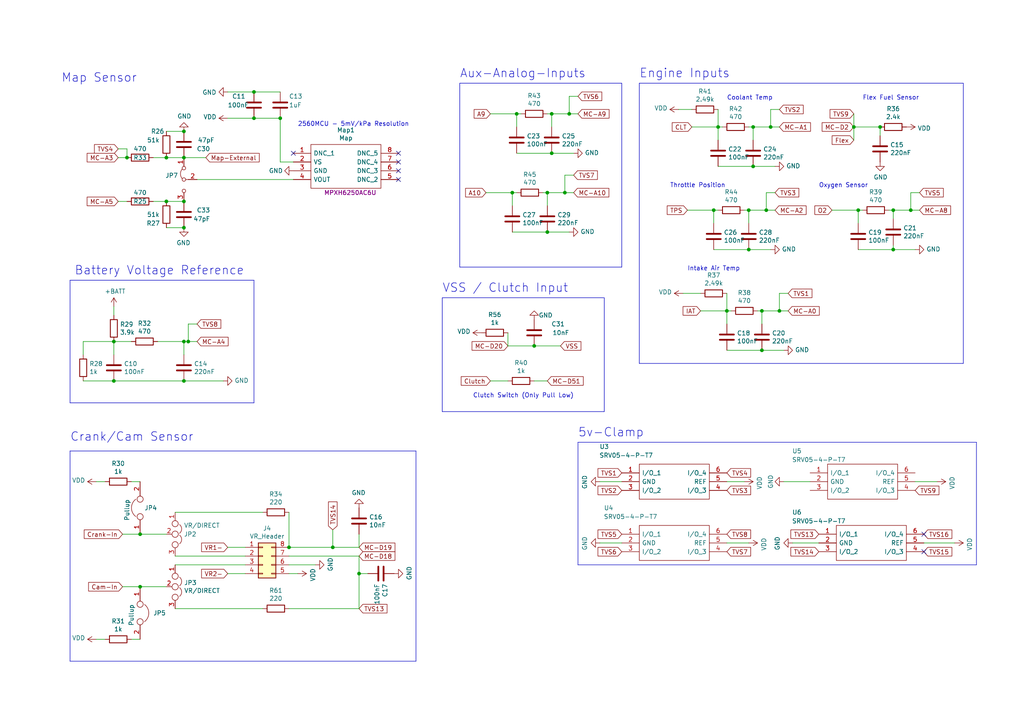
<source format=kicad_sch>
(kicad_sch (version 20230121) (generator eeschema)
  (paper "A4")
  (title_block (title "Pre-Ignition X4") (date "2022-10-1") (rev "MX4B-2") (company "DetonationEMS") (comment 1 "detonationems.com"))
  (lib_symbols
    (symbol "Connector_Generic:Conn_02x04_Counter_Clockwise" (pin_names (offset 1.016) hide)
      (property "Reference" "J" (at 1.27 5.08 0))
      (property "Value" "Conn_02x04_Counter_Clockwise" (at 1.27 -7.62 0))
      (symbol "Conn_02x04_Counter_Clockwise_1_1"
        (rectangle (start -1.27 -4.953) (end 0 -5.207) (stroke (width 0.1524)))
        (rectangle (start -1.27 -2.413) (end 0 -2.667) (stroke (width 0.1524)))
        (rectangle (start -1.27 0.127) (end 0 -0.127) (stroke (width 0.1524)))
        (rectangle (start -1.27 2.667) (end 0 2.413) (stroke (width 0.1524)))
        (rectangle (start -1.27 3.81) (end 3.81 -6.35) (stroke (width 0.254)) (fill (type background)))
        (rectangle (start 3.81 -4.953) (end 2.54 -5.207) (stroke (width 0.1524)))
        (rectangle (start 3.81 -2.413) (end 2.54 -2.667) (stroke (width 0.1524)))
        (rectangle (start 3.81 0.127) (end 2.54 -0.127) (stroke (width 0.1524)))
        (rectangle (start 3.81 2.667) (end 2.54 2.413) (stroke (width 0.1524)))
        (pin passive line (at -5.08 2.54 0) (length 3.81) (name "Pin_1") (number "1"))
        (pin passive line (at -5.08 0 0) (length 3.81) (name "Pin_2") (number "2"))
        (pin passive line (at -5.08 -2.54 0) (length 3.81) (name "Pin_3") (number "3"))
        (pin passive line (at -5.08 -5.08 0) (length 3.81) (name "Pin_4") (number "4"))
        (pin passive line (at 7.62 -5.08 180) (length 3.81) (name "Pin_5") (number "5"))
        (pin passive line (at 7.62 -2.54 180) (length 3.81) (name "Pin_6") (number "6"))
        (pin passive line (at 7.62 0 180) (length 3.81) (name "Pin_7") (number "7"))
        (pin passive line (at 7.62 2.54 180) (length 3.81) (name "Pin_8") (number "8"))
      )
    )
    (symbol "Device:C" (pin_numbers hide) (pin_names (offset 0.254))
      (property "Reference" "C" (at 0.635 2.54 0))
      (property "Value" "C" (at 0.635 -2.54 0))
      (symbol "C_0_1"
        (polyline (pts (xy -2.032 -0.762) (xy 2.032 -0.762)) (stroke (width 0.508)))
        (polyline (pts (xy -2.032 0.762) (xy 2.032 0.762)) (stroke (width 0.508)))
      )
      (symbol "C_1_1"
        (pin passive line (at 0 3.81 270) (length 2.794) (name "~") (number "1"))
        (pin passive line (at 0 -3.81 90) (length 2.794) (name "~") (number "2"))
      )
    )
    (symbol "Device:R" (pin_numbers hide) (pin_names (offset 0))
      (property "Reference" "R" (at 2.032 0 90))
      (property "Value" "R" (at 0 0 90))
      (symbol "R_0_1"
        (rectangle (start -1.016 -2.54) (end 1.016 2.54) (stroke (width 0.254)))
      )
      (symbol "R_1_1"
        (pin passive line (at 0 3.81 270) (length 1.27) (name "~") (number "1"))
        (pin passive line (at 0 -3.81 90) (length 1.27) (name "~") (number "2"))
      )
    )
    (symbol "Pre_Ignition-rescue:Jumper-Device" (pin_names (offset 0.762) hide)
      (property "Reference" "JP" (at 0 3.81 0))
      (property "Value" "Jumper-Device" (at 0 -2.032 0))
      (symbol "Jumper-Device_0_1"
        (circle (center -2.54 0) (radius 0.889))
        (arc (start 2.5146 1.27) (mid 0.0078 2.5097) (end -2.4892 1.27))
        (circle (center 2.54 0) (radius 0.889))
        (pin passive line (at -7.62 0 0) (length 4.191) (name "1") (number "1"))
        (pin passive line (at 7.62 0 180) (length 4.191) (name "2") (number "2"))
      )
    )
    (symbol "Pre_Ignition-rescue:Jumper_3_Bridged12-Jumper" (pin_names (offset 0) hide)
      (property "Reference" "JP" (at -2.54 -2.54 0))
      (property "Value" "Jumper_3_Bridged12-Jumper" (at 0 2.794 0))
      (symbol "Jumper_3_Bridged12-Jumper_0_0"
        (circle (center -3.302 0) (radius 0.508))
        (circle (center 0 0) (radius 0.508))
        (circle (center 3.302 0) (radius 0.508))
      )
      (symbol "Jumper_3_Bridged12-Jumper_0_1"
        (arc (start -0.254 0.508) (mid -1.651 0.9912) (end -3.048 0.508))
        (polyline (pts (xy 0 -1.27) (xy 0 -0.508)))
      )
      (symbol "Jumper_3_Bridged12-Jumper_1_1"
        (pin passive line (at -6.35 0 0) (length 2.54) (name "A") (number "1"))
        (pin input line (at 0 -3.81 90) (length 2.54) (name "C") (number "2"))
        (pin passive line (at 6.35 0 180) (length 2.54) (name "B") (number "3"))
      )
    )
    (symbol "Pre_Ignition-rescue:Jumper_NC_Dual-Device" (pin_names (offset 0.762) hide)
      (property "Reference" "JP" (at 1.27 -2.54 0))
      (property "Value" "Jumper_NC_Dual-Device" (at 0 2.54 0))
      (symbol "Jumper_NC_Dual-Device_0_1"
        (circle (center -3.048 0) (radius 0.889))
        (arc (start -0.254 1.27) (mid -1.524 1.8804) (end -2.794 1.27))
        (circle (center 0 0) (radius 0.9144))
        (arc (start 2.794 1.27) (mid 1.524 1.8804) (end 0.254 1.27))
        (circle (center 3.048 0) (radius 0.889))
        (pin passive line (at -6.35 0 0) (length 2.413) (name "1") (number "1"))
        (pin passive line (at 0 -2.54 90) (length 1.524) (name "2") (number "2"))
        (pin passive line (at 6.35 0 180) (length 2.413) (name "3") (number "3"))
      )
    )
    (symbol "Pre_Ignition-rescue:MPXH6250AC6U-MPXH6250-Pre_Ignition-rescue-Pre_Ignition-rescue-Pre_Ignition-rescue-Pre_Ignition-rescue" (pin_names (offset 0.762))
      (property "Reference" "IC" (at 26.67 7.62 0))
      (property "Value" "MPXH6250AC6U-MPXH6250-Pre_Ignition-rescue-Pre_Ignition-rescue-Pre_Ignition-rescue-Pre_Ignition-rescue" (at 26.67 5.08 0))
      (symbol "MPXH6250AC6U-MPXH6250-Pre_Ignition-rescue-Pre_Ignition-rescue-Pre_Ignition-rescue-Pre_Ignition-rescue_0_0"
        (pin passive line (at 0 0 0) (length 5.08) (name "DNC_1") (number "1"))
        (pin passive line (at 0 -2.54 0) (length 5.08) (name "VS") (number "2"))
        (pin passive line (at 0 -5.08 0) (length 5.08) (name "GND") (number "3"))
        (pin passive line (at 0 -7.62 0) (length 5.08) (name "VOUT") (number "4"))
        (pin passive line (at 30.48 -7.62 180) (length 5.08) (name "DNC_2") (number "5"))
        (pin passive line (at 30.48 -5.08 180) (length 5.08) (name "DNC_3") (number "6"))
        (pin passive line (at 30.48 -2.54 180) (length 5.08) (name "DNC_4") (number "7"))
        (pin passive line (at 30.48 0 180) (length 5.08) (name "DNC_5") (number "8"))
      )
      (symbol "MPXH6250AC6U-MPXH6250-Pre_Ignition-rescue-Pre_Ignition-rescue-Pre_Ignition-rescue-Pre_Ignition-rescue_0_1"
        (polyline (pts (xy 5.08 2.54) (xy 25.4 2.54) (xy 25.4 -10.16) (xy 5.08 -10.16) (xy 5.08 2.54)) (stroke (width 0.1524)))
      )
    )
    (symbol "Pre_Ignition-rescue:SRV05-4-P-T7-SRV05-4-P-T7-Pre_Ignition-rescue-Pre_Ignition-rescue-Pre_Ignition-rescue-Pre_Ignition-rescue" (pin_names (offset 0.762))
      (property "Reference" "IC" (at 26.67 7.62 0))
      (property "Value" "SRV05-4-P-T7-SRV05-4-P-T7-Pre_Ignition-rescue-Pre_Ignition-rescue-Pre_Ignition-rescue-Pre_Ignition-rescue" (at 26.67 5.08 0))
      (symbol "SRV05-4-P-T7-SRV05-4-P-T7-Pre_Ignition-rescue-Pre_Ignition-rescue-Pre_Ignition-rescue-Pre_Ignition-rescue_0_0"
        (pin passive line (at 0 0 0) (length 5.08) (name "I/O_1") (number "1"))
        (pin passive line (at 0 -2.54 0) (length 5.08) (name "GND") (number "2"))
        (pin passive line (at 0 -5.08 0) (length 5.08) (name "I/O_2") (number "3"))
        (pin passive line (at 30.48 -5.08 180) (length 5.08) (name "I/O_3") (number "4"))
        (pin passive line (at 30.48 -2.54 180) (length 5.08) (name "REF") (number "5"))
        (pin passive line (at 30.48 0 180) (length 5.08) (name "I/O_4") (number "6"))
      )
      (symbol "SRV05-4-P-T7-SRV05-4-P-T7-Pre_Ignition-rescue-Pre_Ignition-rescue-Pre_Ignition-rescue-Pre_Ignition-rescue_0_1"
        (polyline (pts (xy 5.08 2.54) (xy 25.4 2.54) (xy 25.4 -7.62) (xy 5.08 -7.62) (xy 5.08 2.54)) (stroke (width 0.1524)))
      )
    )
    (symbol "power:+BATT" (power) (pin_names (offset 0))
      (property "Value" "+BATT" (at 0 3.556 0))
      (symbol "+BATT_0_1"
        (polyline (pts (xy -0.762 1.27) (xy 0 2.54)))
        (polyline (pts (xy 0 0) (xy 0 2.54)))
        (polyline (pts (xy 0 2.54) (xy 0.762 1.27)))
      )
      (symbol "+BATT_1_1"
        (pin power_in line (at 0 0 90) (length 0) hide (name "+BATT") (number "1"))
      )
    )
    (symbol "power:GND" (power) (pin_names (offset 0))
      (property "Value" "GND" (at 0 -3.81 0))
      (symbol "GND_0_1"
        (polyline (pts (xy 0 0) (xy 0 -1.27) (xy 1.27 -1.27) (xy 0 -2.54) (xy -1.27 -1.27) (xy 0 -1.27)))
      )
      (symbol "GND_1_1"
        (pin power_in line (at 0 0 270) (length 0) hide (name "GND") (number "1"))
      )
    )
    (symbol "power:VDD" (power) (pin_names (offset 0))
      (property "Value" "VDD" (at 0 3.81 0))
      (symbol "VDD_0_1"
        (polyline (pts (xy -0.762 1.27) (xy 0 2.54)))
        (polyline (pts (xy 0 0) (xy 0 2.54)))
        (polyline (pts (xy 0 2.54) (xy 0.762 1.27)))
      )
      (symbol "VDD_1_1"
        (pin power_in line (at 0 0 90) (length 0) hide (name "VDD") (number "1"))
      )
    )
  )
  (junction (at 54.61 99.06))
  (junction (at 264.16 60.96))
  (junction (at 165.1 33.02))
  (junction (at 148.59 55.88))
  (junction (at 259.08 72.39))
  (junction (at 104.14 166.37))
  (junction (at 53.34 45.72))
  (junction (at 207.01 60.96))
  (junction (at 53.34 66.04))
  (junction (at 33.02 99.06))
  (junction (at 220.98 90.17))
  (junction (at 53.34 58.42))
  (junction (at 208.28 36.83))
  (junction (at 53.34 110.49))
  (junction (at 48.26 45.72))
  (junction (at 160.02 33.02))
  (junction (at 248.92 60.96))
  (junction (at 53.34 99.06))
  (junction (at 217.17 60.96))
  (junction (at 73.66 34.29))
  (junction (at 220.98 101.6))
  (junction (at 218.44 36.83))
  (junction (at 53.34 38.1))
  (junction (at 217.17 72.39))
  (junction (at 36.83 45.72))
  (junction (at 33.02 110.49))
  (junction (at 154.94 100.33))
  (junction (at 255.27 36.83))
  (junction (at 96.52 158.75))
  (junction (at 160.02 44.45))
  (junction (at 218.44 48.26))
  (junction (at 210.82 90.17))
  (junction (at 163.83 55.88))
  (junction (at 73.66 26.67))
  (junction (at 226.06 90.17))
  (junction (at 158.75 55.88))
  (junction (at 149.86 33.02))
  (junction (at 83.82 158.75))
  (junction (at 158.75 67.31))
  (junction (at 247.65 36.83))
  (junction (at 40.64 170.18))
  (junction (at 81.28 34.29))
  (junction (at 259.08 60.96))
  (junction (at 223.52 36.83))
  (junction (at 40.64 154.94))
  (junction (at 48.26 58.42))
  (junction (at 222.25 60.96))
  (no_connect (at 267.97 160.02))
  (no_connect (at 267.97 154.94))
  (no_connect (at 115.57 44.45))
  (no_connect (at 85.09 44.45))
  (no_connect (at 115.57 46.99))
  (no_connect (at 115.57 52.07))
  (no_connect (at 115.57 49.53))
  (polyline (pts (xy 133.35 24.13) (xy 133.35 77.47)))
  (polyline (pts (xy 128.27 86.36) (xy 128.27 119.38)))
  (wire (pts (xy 104.14 166.37) (xy 104.14 176.53)))
  (wire (pts (xy 96.52 153.67) (xy 96.52 158.75)))
  (wire (pts (xy 234.95 139.7) (xy 227.33 139.7)))
  (polyline (pts (xy 20.32 130.81) (xy 120.65 130.81)))
  (wire (pts (xy 147.32 96.52) (xy 147.32 100.33)))
  (wire (pts (xy 199.39 60.96) (xy 207.01 60.96)))
  (wire (pts (xy 241.3 60.96) (xy 248.92 60.96)))
  (wire (pts (xy 140.97 55.88) (xy 148.59 55.88)))
  (wire (pts (xy 53.34 66.04) (xy 48.26 66.04)))
  (wire (pts (xy 227.33 101.6) (xy 220.98 101.6)))
  (wire (pts (xy 207.01 60.96) (xy 207.01 64.77)))
  (wire (pts (xy 228.6 85.09) (xy 226.06 85.09)))
  (polyline (pts (xy 20.32 81.28) (xy 73.66 81.28)))
  (wire (pts (xy 154.94 110.49) (xy 158.75 110.49)))
  (wire (pts (xy 203.2 85.09) (xy 198.12 85.09)))
  (wire (pts (xy 148.59 55.88) (xy 148.59 59.69)))
  (wire (pts (xy 53.34 99.06) (xy 54.61 99.06)))
  (polyline (pts (xy 175.26 119.38) (xy 175.26 86.36)))
  (wire (pts (xy 210.82 101.6) (xy 220.98 101.6)))
  (wire (pts (xy 229.87 157.48) (xy 237.49 157.48)))
  (wire (pts (xy 163.83 50.8) (xy 163.83 55.88)))
  (wire (pts (xy 81.28 34.29) (xy 81.28 46.99)))
  (wire (pts (xy 255.27 36.83) (xy 255.27 39.37)))
  (wire (pts (xy 210.82 90.17) (xy 212.09 90.17)))
  (wire (pts (xy 264.16 60.96) (xy 266.7 60.96)))
  (wire (pts (xy 44.45 58.42) (xy 48.26 58.42)))
  (wire (pts (xy 38.1 185.42) (xy 40.64 185.42)))
  (wire (pts (xy 73.66 34.29) (xy 81.28 34.29)))
  (wire (pts (xy 57.15 93.98) (xy 54.61 93.98)))
  (wire (pts (xy 71.12 166.37) (xy 66.04 166.37)))
  (wire (pts (xy 45.72 99.06) (xy 53.34 99.06)))
  (wire (pts (xy 149.86 33.02) (xy 151.13 33.02)))
  (wire (pts (xy 210.82 85.09) (xy 210.82 90.17)))
  (wire (pts (xy 222.25 55.88) (xy 222.25 60.96)))
  (wire (pts (xy 83.82 161.29) (xy 104.14 161.29)))
  (wire (pts (xy 210.82 157.48) (xy 217.17 157.48)))
  (polyline (pts (xy 279.4 24.13) (xy 279.4 105.41)))
  (polyline (pts (xy 167.64 128.27) (xy 283.21 128.27)))
  (polyline (pts (xy 175.26 86.36) (xy 128.27 86.36)))
  (polyline (pts (xy 180.34 77.47) (xy 180.34 24.13)))
  (wire (pts (xy 36.83 43.18) (xy 34.29 43.18)))
  (wire (pts (xy 66.04 34.29) (xy 73.66 34.29)))
  (wire (pts (xy 24.13 110.49) (xy 33.02 110.49)))
  (wire (pts (xy 226.06 85.09) (xy 226.06 90.17)))
  (wire (pts (xy 157.48 55.88) (xy 158.75 55.88)))
  (wire (pts (xy 36.83 45.72) (xy 36.83 43.18)))
  (wire (pts (xy 218.44 36.83) (xy 223.52 36.83)))
  (wire (pts (xy 24.13 99.06) (xy 33.02 99.06)))
  (wire (pts (xy 166.37 50.8) (xy 163.83 50.8)))
  (polyline (pts (xy 279.4 24.13) (xy 185.42 24.13)))
  (polyline (pts (xy 185.42 105.41) (xy 185.42 24.13)))
  (wire (pts (xy 50.8 161.29) (xy 71.12 161.29)))
  (wire (pts (xy 200.66 36.83) (xy 208.28 36.83)))
  (wire (pts (xy 48.26 38.1) (xy 53.34 38.1)))
  (wire (pts (xy 215.9 139.7) (xy 210.82 139.7)))
  (wire (pts (xy 224.79 55.88) (xy 222.25 55.88)))
  (wire (pts (xy 158.75 55.88) (xy 158.75 59.69)))
  (wire (pts (xy 40.64 170.18) (xy 35.56 170.18)))
  (wire (pts (xy 36.83 45.72) (xy 34.29 45.72)))
  (wire (pts (xy 83.82 158.75) (xy 83.82 148.59)))
  (wire (pts (xy 106.68 166.37) (xy 104.14 166.37)))
  (wire (pts (xy 166.37 44.45) (xy 160.02 44.45)))
  (wire (pts (xy 33.02 88.9) (xy 33.02 91.44)))
  (wire (pts (xy 165.1 27.94) (xy 165.1 33.02)))
  (wire (pts (xy 54.61 93.98) (xy 54.61 99.06)))
  (wire (pts (xy 33.02 99.06) (xy 38.1 99.06)))
  (wire (pts (xy 215.9 60.96) (xy 217.17 60.96)))
  (wire (pts (xy 24.13 102.87) (xy 24.13 99.06)))
  (polyline (pts (xy 128.27 119.38) (xy 175.26 119.38)))
  (wire (pts (xy 30.48 139.7) (xy 27.94 139.7)))
  (wire (pts (xy 83.82 158.75) (xy 96.52 158.75)))
  (wire (pts (xy 247.65 36.83) (xy 255.27 36.83)))
  (wire (pts (xy 48.26 170.18) (xy 40.64 170.18)))
  (wire (pts (xy 203.2 90.17) (xy 210.82 90.17)))
  (wire (pts (xy 217.17 60.96) (xy 217.17 64.77)))
  (wire (pts (xy 59.69 45.72) (xy 53.34 45.72)))
  (wire (pts (xy 83.82 166.37) (xy 86.36 166.37)))
  (wire (pts (xy 259.08 63.5) (xy 259.08 60.96)))
  (wire (pts (xy 208.28 48.26) (xy 218.44 48.26)))
  (wire (pts (xy 38.1 139.7) (xy 40.64 139.7)))
  (wire (pts (xy 165.1 33.02) (xy 167.64 33.02)))
  (polyline (pts (xy 283.21 163.83) (xy 167.64 163.83)))
  (wire (pts (xy 158.75 55.88) (xy 163.83 55.88)))
  (wire (pts (xy 224.79 48.26) (xy 218.44 48.26)))
  (wire (pts (xy 257.81 60.96) (xy 259.08 60.96)))
  (polyline (pts (xy 180.34 24.13) (xy 133.35 24.13)))
  (wire (pts (xy 223.52 72.39) (xy 217.17 72.39)))
  (wire (pts (xy 226.06 90.17) (xy 228.6 90.17)))
  (wire (pts (xy 217.17 60.96) (xy 222.25 60.96)))
  (wire (pts (xy 223.52 31.75) (xy 223.52 36.83)))
  (wire (pts (xy 91.44 163.83) (xy 83.82 163.83)))
  (polyline (pts (xy 120.65 130.81) (xy 120.65 191.77)))
  (wire (pts (xy 48.26 45.72) (xy 53.34 45.72)))
  (wire (pts (xy 264.16 55.88) (xy 264.16 60.96)))
  (wire (pts (xy 149.86 33.02) (xy 149.86 36.83)))
  (wire (pts (xy 208.28 36.83) (xy 208.28 40.64)))
  (wire (pts (xy 104.14 154.94) (xy 104.14 158.75)))
  (polyline (pts (xy 73.66 116.84) (xy 20.32 116.84)))
  (wire (pts (xy 259.08 60.96) (xy 264.16 60.96)))
  (wire (pts (xy 165.1 67.31) (xy 158.75 67.31)))
  (wire (pts (xy 96.52 158.75) (xy 104.14 158.75)))
  (wire (pts (xy 210.82 90.17) (xy 210.82 93.98)))
  (wire (pts (xy 76.2 148.59) (xy 50.8 148.59)))
  (wire (pts (xy 266.7 55.88) (xy 264.16 55.88)))
  (wire (pts (xy 57.15 52.07) (xy 85.09 52.07)))
  (polyline (pts (xy 20.32 191.77) (xy 20.32 130.81)))
  (wire (pts (xy 76.2 176.53) (xy 50.8 176.53)))
  (wire (pts (xy 271.78 139.7) (xy 265.43 139.7)))
  (wire (pts (xy 196.85 31.75) (xy 200.66 31.75)))
  (wire (pts (xy 27.94 185.42) (xy 30.48 185.42)))
  (wire (pts (xy 160.02 33.02) (xy 160.02 36.83)))
  (polyline (pts (xy 167.64 163.83) (xy 167.64 128.27)))
  (polyline (pts (xy 120.65 191.77) (xy 20.32 191.77)))
  (wire (pts (xy 248.92 60.96) (xy 248.92 64.77)))
  (wire (pts (xy 73.66 26.67) (xy 66.04 26.67)))
  (wire (pts (xy 36.83 58.42) (xy 34.29 58.42)))
  (wire (pts (xy 148.59 55.88) (xy 149.86 55.88)))
  (wire (pts (xy 147.32 100.33) (xy 154.94 100.33)))
  (wire (pts (xy 35.56 154.94) (xy 40.64 154.94)))
  (wire (pts (xy 81.28 46.99) (xy 85.09 46.99)))
  (wire (pts (xy 208.28 36.83) (xy 209.55 36.83)))
  (wire (pts (xy 220.98 90.17) (xy 220.98 93.98)))
  (polyline (pts (xy 133.35 77.47) (xy 180.34 77.47)))
  (wire (pts (xy 247.65 33.02) (xy 247.65 36.83)))
  (wire (pts (xy 54.61 99.06) (xy 57.15 99.06)))
  (wire (pts (xy 33.02 102.87) (xy 33.02 99.06)))
  (wire (pts (xy 218.44 36.83) (xy 218.44 40.64)))
  (wire (pts (xy 33.02 110.49) (xy 53.34 110.49)))
  (wire (pts (xy 158.75 33.02) (xy 160.02 33.02)))
  (wire (pts (xy 207.01 72.39) (xy 217.17 72.39)))
  (polyline (pts (xy 279.4 105.41) (xy 185.42 105.41)))
  (wire (pts (xy 148.59 67.31) (xy 158.75 67.31)))
  (wire (pts (xy 267.97 157.48) (xy 276.86 157.48)))
  (wire (pts (xy 208.28 31.75) (xy 208.28 36.83)))
  (wire (pts (xy 147.32 110.49) (xy 142.24 110.49)))
  (wire (pts (xy 226.06 31.75) (xy 223.52 31.75)))
  (wire (pts (xy 248.92 60.96) (xy 250.19 60.96)))
  (wire (pts (xy 50.8 163.83) (xy 71.12 163.83)))
  (wire (pts (xy 259.08 72.39) (xy 265.43 72.39)))
  (wire (pts (xy 142.24 33.02) (xy 149.86 33.02)))
  (wire (pts (xy 64.77 110.49) (xy 53.34 110.49)))
  (wire (pts (xy 81.28 26.67) (xy 73.66 26.67)))
  (wire (pts (xy 163.83 55.88) (xy 166.37 55.88)))
  (wire (pts (xy 220.98 90.17) (xy 226.06 90.17)))
  (wire (pts (xy 248.92 72.39) (xy 259.08 72.39)))
  (wire (pts (xy 217.17 36.83) (xy 218.44 36.83)))
  (wire (pts (xy 83.82 176.53) (xy 104.14 176.53)))
  (wire (pts (xy 48.26 58.42) (xy 53.34 58.42)))
  (polyline (pts (xy 73.66 81.28) (xy 73.66 116.84)))
  (wire (pts (xy 154.94 100.33) (xy 162.56 100.33)))
  (wire (pts (xy 40.64 154.94) (xy 48.26 154.94)))
  (wire (pts (xy 149.86 44.45) (xy 160.02 44.45)))
  (wire (pts (xy 48.26 45.72) (xy 44.45 45.72)))
  (wire (pts (xy 173.99 139.7) (xy 180.34 139.7)))
  (wire (pts (xy 53.34 102.87) (xy 53.34 99.06)))
  (wire (pts (xy 167.64 27.94) (xy 165.1 27.94)))
  (wire (pts (xy 71.12 158.75) (xy 66.04 158.75)))
  (wire (pts (xy 160.02 33.02) (xy 165.1 33.02)))
  (polyline (pts (xy 20.32 116.84) (xy 20.32 81.28)))
  (wire (pts (xy 247.65 36.83) (xy 247.65 40.64)))
  (wire (pts (xy 222.25 60.96) (xy 224.79 60.96)))
  (wire (pts (xy 219.71 90.17) (xy 220.98 90.17)))
  (polyline (pts (xy 283.21 128.27) (xy 283.21 163.83)))
  (wire (pts (xy 223.52 36.83) (xy 226.06 36.83)))
  (wire (pts (xy 104.14 161.29) (xy 104.14 166.37)))
  (wire (pts (xy 207.01 60.96) (xy 208.28 60.96)))
  (wire (pts (xy 259.08 71.12) (xy 259.08 72.39)))
  (wire (pts (xy 180.34 157.48) (xy 173.99 157.48)))
  (text "2560MCU - 5mV/kPa Resolution" (at 86.36 36.83 0) (effects (font (size 1.27 1.27)) (justify left bottom)))
  (text "Coolant Temp" (at 210.82 29.21 0) (effects (font (size 1.27 1.27)) (justify left bottom)))
  (text "Throttle Position" (at 194.31 54.61 0) (effects (font (size 1.27 1.27)) (justify left bottom)))
  (text "VSS / Clutch Input" (at 128.27 85.09 0) (effects (font (size 2.4892 2.4892)) (justify left bottom)))
  (text "Intake Air Temp" (at 199.39 78.74 0) (effects (font (size 1.27 1.27)) (justify left bottom)))
  (text "Battery Voltage Reference" (at 21.59 80.01 0) (effects (font (size 2.4892 2.4892)) (justify left bottom)))
  (text "Crank/Cam Sensor" (at 20.32 128.27 0) (effects (font (size 2.4892 2.4892)) (justify left bottom)))
  (text "Map Sensor" (at 17.78 24.13 0) (effects (font (size 2.4892 2.4892)) (justify left bottom)))
  (text "Engine Inputs" (at 185.42 22.86 0) (effects (font (size 2.54 2.54)) (justify left bottom)))
  (text "Clutch Switch (Only Pull Low)" (at 137.16 115.57 0) (effects (font (size 1.27 1.27)) (justify left bottom)))
  (text "Aux-Analog-Inputs" (at 133.35 22.86 0) (effects (font (size 2.4892 2.4892)) (justify left bottom)))
  (text "Flex Fuel Sensor" (at 250.19 29.21 0) (effects (font (size 1.27 1.27)) (justify left bottom)))
  (text "Oxygen Sensor" (at 237.49 54.61 0) (effects (font (size 1.27 1.27)) (justify left bottom)))
  (text "5v-Clamp" (at 167.64 127 0) (effects (font (size 2.4892 2.4892)) (justify left bottom)))
  (global_label "MC-A9" (shape input) (at 167.64 33.02 0) (property "Intersheetrefs" "${INTERSHEET_REFS}" (effects hide)))
  (global_label "MC-A8" (shape input) (at 266.7 60.96 0) (property "Intersheetrefs" "${INTERSHEET_REFS}" (effects hide)))
  (global_label "MC-A3" (shape input) (at 34.29 45.72 180) (property "Intersheetrefs" "${INTERSHEET_REFS}" (effects hide)))
  (global_label "TVS1" (shape input) (at 228.6 85.09 0) (property "Intersheetrefs" "${INTERSHEET_REFS}" (effects hide)))
  (global_label "TVS2" (shape input) (at 180.34 142.24 180) (property "Intersheetrefs" "${INTERSHEET_REFS}" (effects hide)))
  (global_label "CLT" (shape input) (at 200.66 36.83 180) (property "Intersheetrefs" "${INTERSHEET_REFS}" (effects hide)))
  (global_label "MC-D18" (shape input) (at 104.14 161.29 0) (property "Intersheetrefs" "${INTERSHEET_REFS}" (effects hide)))
  (global_label "TVS15" (shape input) (at 267.97 160.02 0) (property "Intersheetrefs" "${INTERSHEET_REFS}" (effects hide)))
  (global_label "MC-D51" (shape input) (at 158.75 110.49 0) (property "Intersheetrefs" "${INTERSHEET_REFS}" (effects hide)))
  (global_label "A9" (shape input) (at 142.24 33.02 180) (property "Intersheetrefs" "${INTERSHEET_REFS}" (effects hide)))
  (global_label "A10" (shape input) (at 140.97 55.88 180) (property "Intersheetrefs" "${INTERSHEET_REFS}" (effects hide)))
  (global_label "TVS5" (shape input) (at 180.34 154.94 180) (property "Intersheetrefs" "${INTERSHEET_REFS}" (effects hide)))
  (global_label "VR2-" (shape input) (at 66.04 166.37 180) (property "Intersheetrefs" "${INTERSHEET_REFS}" (effects hide)))
  (global_label "MC-A10" (shape input) (at 166.37 55.88 0) (property "Intersheetrefs" "${INTERSHEET_REFS}" (effects hide)))
  (global_label "MC-A0" (shape input) (at 228.6 90.17 0) (property "Intersheetrefs" "${INTERSHEET_REFS}" (effects hide)))
  (global_label "TVS3" (shape input) (at 224.79 55.88 0) (property "Intersheetrefs" "${INTERSHEET_REFS}" (effects hide)))
  (global_label "TVS4" (shape input) (at 34.29 43.18 180) (property "Intersheetrefs" "${INTERSHEET_REFS}" (effects hide)))
  (global_label "MC-A5" (shape input) (at 34.29 58.42 180) (property "Intersheetrefs" "${INTERSHEET_REFS}" (effects hide)))
  (global_label "Map-External" (shape input) (at 59.69 45.72 0) (property "Intersheetrefs" "${INTERSHEET_REFS}" (effects hide)))
  (global_label "MC-A2" (shape input) (at 224.79 60.96 0) (property "Intersheetrefs" "${INTERSHEET_REFS}" (effects hide)))
  (global_label "TVS9" (shape input) (at 265.43 142.24 0) (property "Intersheetrefs" "${INTERSHEET_REFS}" (effects hide)))
  (global_label "TVS7" (shape input) (at 166.37 50.8 0) (property "Intersheetrefs" "${INTERSHEET_REFS}" (effects hide)))
  (global_label "IAT" (shape input) (at 203.2 90.17 180) (property "Intersheetrefs" "${INTERSHEET_REFS}" (effects hide)))
  (global_label "TVS13" (shape input) (at 104.14 176.53 0) (property "Intersheetrefs" "${INTERSHEET_REFS}" (effects hide)))
  (global_label "Crank-In" (shape input) (at 35.56 154.94 180) (property "Intersheetrefs" "${INTERSHEET_REFS}" (effects hide)))
  (global_label "TVS8" (shape input) (at 210.82 154.94 0) (property "Intersheetrefs" "${INTERSHEET_REFS}" (effects hide)))
  (global_label "Cam-In" (shape input) (at 35.56 170.18 180) (property "Intersheetrefs" "${INTERSHEET_REFS}" (effects hide)))
  (global_label "Flex" (shape input) (at 247.65 40.64 180) (property "Intersheetrefs" "${INTERSHEET_REFS}" (effects hide)))
  (global_label "TVS14" (shape input) (at 237.49 160.02 180) (property "Intersheetrefs" "${INTERSHEET_REFS}" (effects hide)))
  (global_label "TVS14" (shape input) (at 96.52 153.67 90) (property "Intersheetrefs" "${INTERSHEET_REFS}" (effects hide)))
  (global_label "TVS16" (shape input) (at 267.97 154.94 0) (property "Intersheetrefs" "${INTERSHEET_REFS}" (effects hide)))
  (global_label "VR1-" (shape input) (at 66.04 158.75 180) (property "Intersheetrefs" "${INTERSHEET_REFS}" (effects hide)))
  (global_label "MC-A4" (shape input) (at 57.15 99.06 0) (property "Intersheetrefs" "${INTERSHEET_REFS}" (effects hide)))
  (global_label "MC-A1" (shape input) (at 226.06 36.83 0) (property "Intersheetrefs" "${INTERSHEET_REFS}" (effects hide)))
  (global_label "TVS6" (shape input) (at 180.34 160.02 180) (property "Intersheetrefs" "${INTERSHEET_REFS}" (effects hide)))
  (global_label "Clutch" (shape input) (at 142.24 110.49 180) (property "Intersheetrefs" "${INTERSHEET_REFS}" (effects hide)))
  (global_label "TVS7" (shape input) (at 210.82 160.02 0) (property "Intersheetrefs" "${INTERSHEET_REFS}" (effects hide)))
  (global_label "TVS5" (shape input) (at 266.7 55.88 0) (property "Intersheetrefs" "${INTERSHEET_REFS}" (effects hide)))
  (global_label "TVS2" (shape input) (at 226.06 31.75 0) (property "Intersheetrefs" "${INTERSHEET_REFS}" (effects hide)))
  (global_label "MC-D2" (shape input) (at 247.65 36.83 180) (property "Intersheetrefs" "${INTERSHEET_REFS}" (effects hide)))
  (global_label "TVS6" (shape input) (at 167.64 27.94 0) (property "Intersheetrefs" "${INTERSHEET_REFS}" (effects hide)))
  (global_label "TVS1" (shape input) (at 180.34 137.16 180) (property "Intersheetrefs" "${INTERSHEET_REFS}" (effects hide)))
  (global_label "TVS4" (shape input) (at 210.82 137.16 0) (property "Intersheetrefs" "${INTERSHEET_REFS}" (effects hide)))
  (global_label "MC-D19" (shape input) (at 104.14 158.75 0) (property "Intersheetrefs" "${INTERSHEET_REFS}" (effects hide)))
  (global_label "TVS8" (shape input) (at 57.15 93.98 0) (property "Intersheetrefs" "${INTERSHEET_REFS}" (effects hide)))
  (global_label "MC-D20" (shape input) (at 147.32 100.33 180) (property "Intersheetrefs" "${INTERSHEET_REFS}" (effects hide)))
  (global_label "TVS3" (shape input) (at 210.82 142.24 0) (property "Intersheetrefs" "${INTERSHEET_REFS}" (effects hide)))
  (global_label "O2" (shape input) (at 241.3 60.96 180) (property "Intersheetrefs" "${INTERSHEET_REFS}" (effects hide)))
  (global_label "VSS" (shape input) (at 162.56 100.33 0) (property "Intersheetrefs" "${INTERSHEET_REFS}" (effects hide)))
  (global_label "TVS9" (shape input) (at 247.65 33.02 180) (property "Intersheetrefs" "${INTERSHEET_REFS}" (effects hide)))
  (global_label "TPS" (shape input) (at 199.39 60.96 180) (property "Intersheetrefs" "${INTERSHEET_REFS}" (effects hide)))
  (global_label "TVS13" (shape input) (at 237.49 154.94 180) (property "Intersheetrefs" "${INTERSHEET_REFS}" (effects hide)))
  (symbol (lib_id "Pre_Ignition-rescue:MPXH6250AC6U-MPXH6250-Pre_Ignition-rescue-Pre_Ignition-rescue-Pre_Ignition-rescue-Pre_Ignition-rescue") (at 85.09 44.45 0) (unit 1)
    (property "Reference" "Map1" (at 100.33 37.719 0))
    (property "Value" "Map" (at 100.33 40.0304 0))
    (property "Footprint" "Sensor_Pressure:Freescale_98ARH99066A" (effects hide))
    (property "Datasheet" "https://www.nxp.com/docs/en/data-sheet/MPXH6250A.pdf" (effects hide))
    (property "Description" "Board Mount Pressure Sensor 0.3V to 4.9V 20kPa to 250kPa Absolute Automotive 8-Pin SSOP Tube" (effects hide))
    (property "Height" "9.906" (effects hide))
    (property "Manufacturer_Name" "NXP" (effects hide))
    (property "Manufacturer_Part_Number" "MPXH6250AC6U" (at 93.98 55.88 0) (effects (justify left)))
    (property "Mouser Part Number" "841-MPXH6250AC6U" (effects hide))
    (property "Mouser Price/Stock" "https://www.mouser.co.uk/ProductDetail/NXP-Semiconductors/MPXH6250AC6U?qs=N2XN0KY4UWWpnHorf60pnA%3D%3D" (effects hide))
    (property "Arrow Part Number" "MPXH6250AC6U" (effects hide))
    (property "Arrow Price/Stock" "https://www.arrow.com/en/products/mpxh6250ac6u/nxp-semiconductors" (effects hide))
  )
  (symbol (lib_id "Device:C") (at 81.28 30.48 0) (unit 1)
    (property "Reference" "C13" (at 83.82 27.94 0) (effects (justify left)))
    (property "Value" "1uF" (at 83.82 30.48 0) (effects (justify left)))
    (property "Footprint" "Capacitor_SMD:C_0603_1608Metric" (effects hide))
    (property "JLC" "C15849" (effects hide))
    (property "LCSC" "C15849" (effects hide))
  )
  (symbol (lib_id "Device:R") (at 212.09 60.96 270) (unit 1)
    (property "Reference" "R44" (at 212.09 55.7022 90))
    (property "Value" "470" (at 212.09 58.0136 90))
    (property "Footprint" "Resistor_SMD:R_0603_1608Metric" (effects hide))
    (property "JLC" "C23179" (effects hide))
    (property "LCSC" "C23179" (effects hide))
  )
  (symbol (lib_id "Device:C") (at 73.66 30.48 0) (unit 1)
    (property "Reference" "C11" (at 67.31 27.94 0) (effects (justify left)))
    (property "Value" "100nF" (at 66.04 30.48 0) (effects (justify left)))
    (property "Footprint" "Capacitor_SMD:C_0603_1608Metric" (effects hide))
    (property "JLC" "C14663" (effects hide))
    (property "LCSC" "C14663" (effects hide))
  )
  (symbol (lib_id "Device:C") (at 207.01 68.58 0) (unit 1)
    (property "Reference" "C26" (at 209.931 67.4116 0) (effects (justify left)))
    (property "Value" "100nF" (at 209.931 69.723 0) (effects (justify left)))
    (property "Footprint" "Capacitor_SMD:C_0603_1608Metric" (effects hide))
    (property "JLC" "C14663" (effects hide))
    (property "LCSC" "C14663" (effects hide))
  )
  (symbol (lib_id "Device:C") (at 217.17 68.58 0) (unit 1)
    (property "Reference" "C28" (at 220.091 67.4116 0) (effects (justify left)))
    (property "Value" "220nF" (at 220.091 69.723 0) (effects (justify left)))
    (property "Footprint" "Capacitor_SMD:C_0603_1608Metric" (effects hide))
    (property "JLC" "C5378 " (effects hide))
    (property "LCSC" "C5378 " (effects hide))
  )
  (symbol (lib_id "power:GND") (at 223.52 72.39 90) (unit 1)
    (property "Reference" "#PWR?" (effects hide))
    (property "Value" "GND" (at 226.7712 72.263 90) (effects (justify right)))
  )
  (symbol (lib_id "Device:R") (at 254 60.96 270) (unit 1)
    (property "Reference" "R39" (at 254 55.7022 90))
    (property "Value" "470" (at 254 58.0136 90))
    (property "Footprint" "Resistor_SMD:R_0603_1608Metric" (effects hide))
    (property "JLC" "C23179" (effects hide))
    (property "LCSC" "C23179" (effects hide))
  )
  (symbol (lib_id "Device:C") (at 248.92 68.58 0) (unit 1)
    (property "Reference" "C19" (at 251.841 67.4116 0) (effects (justify left)))
    (property "Value" "100nF" (at 251.841 69.723 0) (effects (justify left)))
    (property "Footprint" "Capacitor_SMD:C_0603_1608Metric" (effects hide))
    (property "JLC" "C14663" (effects hide))
    (property "LCSC" "C14663" (effects hide))
  )
  (symbol (lib_id "Device:C") (at 259.08 67.31 0) (unit 1)
    (property "Reference" "C21" (at 262.001 66.1416 0) (effects (justify left)))
    (property "Value" "220nF" (at 262.001 68.453 0) (effects (justify left)))
    (property "Footprint" "Capacitor_SMD:C_0603_1608Metric" (effects hide))
    (property "JLC" "C5378 " (effects hide))
    (property "LCSC" "C5378 " (effects hide))
  )
  (symbol (lib_id "power:GND") (at 265.43 72.39 90) (unit 1)
    (property "Reference" "#PWR?" (effects hide))
    (property "Value" "GND" (at 268.6812 72.263 90) (effects (justify right)))
  )
  (symbol (lib_id "Device:R") (at 40.64 45.72 270) (unit 1)
    (property "Reference" "R33" (at 40.64 45.72 90))
    (property "Value" "470" (at 40.64 43.18 90))
    (property "Footprint" "Resistor_SMD:R_0603_1608Metric" (effects hide))
    (property "JLC" "C23179" (effects hide))
    (property "LCSC" "C23179" (effects hide))
  )
  (symbol (lib_id "Device:R") (at 215.9 90.17 270) (unit 1)
    (property "Reference" "R38" (at 215.9 84.9122 90))
    (property "Value" "470" (at 215.9 87.2236 90))
    (property "Footprint" "Resistor_SMD:R_0603_1608Metric" (effects hide))
    (property "JLC" "C23179" (effects hide))
    (property "LCSC" "C23179" (effects hide))
  )
  (symbol (lib_id "Device:C") (at 210.82 97.79 0) (unit 1)
    (property "Reference" "C18" (at 213.741 96.6216 0) (effects (justify left)))
    (property "Value" "100nF" (at 213.741 98.933 0) (effects (justify left)))
    (property "Footprint" "Capacitor_SMD:C_0603_1608Metric" (effects hide))
    (property "JLC" "C14663" (effects hide))
    (property "LCSC" "C14663" (effects hide))
  )
  (symbol (lib_id "Device:C") (at 220.98 97.79 0) (unit 1)
    (property "Reference" "C20" (at 223.901 96.6216 0) (effects (justify left)))
    (property "Value" "220nF" (at 223.901 98.933 0) (effects (justify left)))
    (property "Footprint" "Capacitor_SMD:C_0603_1608Metric" (effects hide))
    (property "JLC" "C5378 " (effects hide))
    (property "LCSC" "C5378 " (effects hide))
  )
  (symbol (lib_id "power:GND") (at 227.33 101.6 90) (unit 1)
    (property "Reference" "#PWR?" (effects hide))
    (property "Value" "GND" (at 230.5812 101.473 90) (effects (justify right)))
  )
  (symbol (lib_id "Device:R") (at 259.08 36.83 270) (unit 1)
    (property "Reference" "R36" (at 259.08 31.5722 90))
    (property "Value" "2.4k" (at 259.08 33.8836 90))
    (property "Footprint" "Resistor_SMD:R_0603_1608Metric" (effects hide))
    (property "JLC" "C22940" (effects hide))
    (property "LCSC" "C22940" (effects hide))
  )
  (symbol (lib_id "Device:C") (at 255.27 43.18 0) (unit 1)
    (property "Reference" "C15" (at 258.191 42.0116 0) (effects (justify left)))
    (property "Value" "220nF" (at 258.191 44.323 0) (effects (justify left)))
    (property "Footprint" "Capacitor_SMD:C_0603_1608Metric" (effects hide))
    (property "JLC" "C5378 " (effects hide))
    (property "LCSC" "C5378 " (effects hide))
  )
  (symbol (lib_id "power:GND") (at 255.27 46.99 0) (unit 1)
    (property "Reference" "#PWR?" (effects hide))
    (property "Value" "GND" (at 255.397 51.3842 0))
  )
  (symbol (lib_id "Device:R") (at 213.36 36.83 270) (unit 1)
    (property "Reference" "R42" (at 213.36 31.5722 90))
    (property "Value" "470" (at 213.36 33.8836 90))
    (property "Footprint" "Resistor_SMD:R_0603_1608Metric" (effects hide))
    (property "JLC" "C23179" (effects hide))
    (property "LCSC" "C23179" (effects hide))
  )
  (symbol (lib_id "Device:C") (at 208.28 44.45 0) (unit 1)
    (property "Reference" "C22" (at 211.201 43.2816 0) (effects (justify left)))
    (property "Value" "100nF" (at 211.201 45.593 0) (effects (justify left)))
    (property "Footprint" "Capacitor_SMD:C_0603_1608Metric" (effects hide))
    (property "JLC" "C14663" (effects hide))
    (property "LCSC" "C14663" (effects hide))
  )
  (symbol (lib_id "Device:C") (at 218.44 44.45 0) (unit 1)
    (property "Reference" "C24" (at 221.361 43.2816 0) (effects (justify left)))
    (property "Value" "220nF" (at 221.361 45.593 0) (effects (justify left)))
    (property "Footprint" "Capacitor_SMD:C_0603_1608Metric" (effects hide))
    (property "JLC" "C5378 " (effects hide))
    (property "LCSC" "C5378 " (effects hide))
  )
  (symbol (lib_id "power:GND") (at 224.79 48.26 90) (unit 1)
    (property "Reference" "#PWR?" (effects hide))
    (property "Value" "GND" (at 228.0412 48.133 90) (effects (justify right)))
  )
  (symbol (lib_id "Device:R") (at 204.47 31.75 270) (unit 1)
    (property "Reference" "R41" (at 204.47 26.4922 90))
    (property "Value" "2.49k" (at 204.47 28.8036 90))
    (property "Footprint" "Resistor_SMD:R_0603_1608Metric" (effects hide))
    (property "LCSC" "C491121" (effects hide))
  )
  (symbol (lib_id "Device:R") (at 207.01 85.09 270) (unit 1)
    (property "Reference" "R37" (at 207.01 79.8322 90))
    (property "Value" "2.49k" (at 207.01 82.1436 90))
    (property "Footprint" "Resistor_SMD:R_0603_1608Metric" (effects hide))
    (property "LCSC" "C491121" (effects hide))
  )
  (symbol (lib_id "power:VDD") (at 66.04 34.29 90) (unit 1)
    (property "Reference" "#PWR?" (effects hide))
    (property "Value" "VDD" (at 62.8142 33.909 90) (effects (justify left)))
  )
  (symbol (lib_id "Device:R") (at 154.94 33.02 270) (unit 1)
    (property "Reference" "R43" (at 154.94 27.7622 90))
    (property "Value" "470" (at 154.94 30.0736 90))
    (property "Footprint" "Resistor_SMD:R_0603_1608Metric" (effects hide))
    (property "JLC" "C23179" (effects hide))
    (property "LCSC" "C23179" (effects hide))
  )
  (symbol (lib_id "Device:C") (at 149.86 40.64 0) (unit 1)
    (property "Reference" "C23" (at 152.781 39.4716 0) (effects (justify left)))
    (property "Value" "100nF" (at 152.781 41.783 0) (effects (justify left)))
    (property "Footprint" "Capacitor_SMD:C_0603_1608Metric" (effects hide))
    (property "JLC" "C14663" (effects hide))
    (property "LCSC" "C14663" (effects hide))
  )
  (symbol (lib_id "Device:C") (at 160.02 40.64 0) (unit 1)
    (property "Reference" "C25" (at 162.941 39.4716 0) (effects (justify left)))
    (property "Value" "220nF" (at 162.941 41.783 0) (effects (justify left)))
    (property "Footprint" "Capacitor_SMD:C_0603_1608Metric" (effects hide))
    (property "JLC" "C5378 " (effects hide))
    (property "LCSC" "C5378 " (effects hide))
  )
  (symbol (lib_id "power:GND") (at 166.37 44.45 90) (unit 1)
    (property "Reference" "#PWR?" (effects hide))
    (property "Value" "GND" (at 169.6212 44.323 90) (effects (justify right)))
  )
  (symbol (lib_id "Device:R") (at 153.67 55.88 270) (unit 1)
    (property "Reference" "R45" (at 153.67 50.6222 90))
    (property "Value" "470" (at 153.67 52.9336 90))
    (property "Footprint" "Resistor_SMD:R_0603_1608Metric" (effects hide))
    (property "JLC" "C23179" (effects hide))
    (property "LCSC" "C23179" (effects hide))
  )
  (symbol (lib_id "Device:C") (at 148.59 63.5 0) (unit 1)
    (property "Reference" "C27" (at 151.511 62.3316 0) (effects (justify left)))
    (property "Value" "100nF" (at 151.511 64.643 0) (effects (justify left)))
    (property "Footprint" "Capacitor_SMD:C_0603_1608Metric" (effects hide))
    (property "JLC" "C14663" (effects hide))
    (property "LCSC" "C14663" (effects hide))
  )
  (symbol (lib_id "Device:C") (at 158.75 63.5 0) (unit 1)
    (property "Reference" "C29" (at 161.671 62.3316 0) (effects (justify left)))
    (property "Value" "220nF" (at 161.671 64.643 0) (effects (justify left)))
    (property "Footprint" "Capacitor_SMD:C_0603_1608Metric" (effects hide))
    (property "JLC" "C5378 " (effects hide))
    (property "LCSC" "C5378 " (effects hide))
  )
  (symbol (lib_id "power:GND") (at 165.1 67.31 90) (unit 1)
    (property "Reference" "#PWR?" (effects hide))
    (property "Value" "GND" (at 168.3512 67.183 90) (effects (justify right)))
  )
  (symbol (lib_id "power:VDD") (at 198.12 85.09 90) (unit 1)
    (property "Reference" "#PWR?" (effects hide))
    (property "Value" "VDD" (at 194.8942 84.709 90) (effects (justify left)))
  )
  (symbol (lib_id "power:VDD") (at 262.89 36.83 270) (unit 1)
    (property "Reference" "#PWR?" (effects hide))
    (property "Value" "VDD" (at 266.1412 37.211 90) (effects (justify left)))
  )
  (symbol (lib_id "power:VDD") (at 196.85 31.75 90) (unit 1)
    (property "Reference" "#PWR?" (effects hide))
    (property "Value" "VDD" (at 193.6242 31.369 90) (effects (justify left)))
  )
  (symbol (lib_id "power:VDD") (at 27.94 139.7 90) (unit 1)
    (property "Reference" "#PWR?" (effects hide))
    (property "Value" "VDD" (at 24.7142 139.319 90) (effects (justify left)))
  )
  (symbol (lib_id "Device:R") (at 151.13 110.49 270) (unit 1)
    (property "Reference" "R40" (at 151.13 105.2322 90))
    (property "Value" "1k" (at 151.13 107.5436 90))
    (property "Footprint" "Resistor_SMD:R_0603_1608Metric" (effects hide))
    (property "JLC" "C21190" (effects hide))
    (property "LCSC" "C21190" (effects hide))
  )
  (symbol (lib_id "power:VDD") (at 215.9 139.7 270) (unit 1)
    (property "Reference" "#PWR?" (effects hide))
    (property "Value" "VDD" (at 220.2942 140.081 0))
  )
  (symbol (lib_id "power:VDD") (at 271.78 139.7 270) (unit 1)
    (property "Reference" "#PWR?" (effects hide))
    (property "Value" "VDD" (at 276.1742 140.081 0))
  )
  (symbol (lib_id "power:VDD") (at 276.86 157.48 270) (unit 1)
    (property "Reference" "#PWR?" (effects hide))
    (property "Value" "VDD" (at 281.2542 157.861 0))
  )
  (symbol (lib_id "power:VDD") (at 217.17 157.48 270) (unit 1)
    (property "Reference" "#PWR?" (effects hide))
    (property "Value" "VDD" (at 221.5642 157.861 0))
  )
  (symbol (lib_id "power:VDD") (at 27.94 185.42 90) (unit 1)
    (property "Reference" "#PWR?" (effects hide))
    (property "Value" "VDD" (at 24.7142 185.039 90) (effects (justify left)))
  )
  (symbol (lib_id "power:VDD") (at 86.36 166.37 270) (unit 1)
    (property "Reference" "#PWR?" (effects hide))
    (property "Value" "VDD" (at 90.7542 166.751 0))
  )
  (symbol (lib_id "power:GND") (at 64.77 110.49 90) (unit 1)
    (property "Reference" "#PWR?" (effects hide))
    (property "Value" "GND" (at 68.0212 110.363 90) (effects (justify right)))
  )
  (symbol (lib_id "Device:C") (at 53.34 106.68 0) (unit 1)
    (property "Reference" "C14" (at 56.261 105.5116 0) (effects (justify left)))
    (property "Value" "220nF" (at 56.261 107.823 0) (effects (justify left)))
    (property "Footprint" "Capacitor_SMD:C_0603_1608Metric" (effects hide))
    (property "JLC" "C5378 " (effects hide))
    (property "LCSC" "C5378 " (effects hide))
  )
  (symbol (lib_id "Device:C") (at 33.02 106.68 0) (unit 1)
    (property "Reference" "C10" (at 35.941 105.5116 0) (effects (justify left)))
    (property "Value" "100nF" (at 35.941 107.823 0) (effects (justify left)))
    (property "Footprint" "Capacitor_SMD:C_0603_1608Metric" (effects hide))
    (property "JLC" "C14663" (effects hide))
    (property "LCSC" "C14663" (effects hide))
  )
  (symbol (lib_id "Device:R") (at 41.91 99.06 270) (unit 1)
    (property "Reference" "R32" (at 41.91 93.8022 90))
    (property "Value" "470" (at 41.91 96.1136 90))
    (property "Footprint" "Resistor_SMD:R_0603_1608Metric" (effects hide))
    (property "JLC" "C23179" (effects hide))
    (property "LCSC" "C23179" (effects hide))
  )
  (symbol (lib_id "power:VDD") (at 139.7 96.52 90) (unit 1)
    (property "Reference" "#PWR?" (effects hide))
    (property "Value" "VDD" (at 136.4742 96.139 90) (effects (justify left)))
  )
  (symbol (lib_id "Device:R") (at 143.51 96.52 270) (unit 1)
    (property "Reference" "R56" (at 143.51 91.2622 90))
    (property "Value" "1k" (at 143.51 93.5736 90))
    (property "Footprint" "Resistor_SMD:R_0603_1608Metric" (effects hide))
    (property "JLC" "C21190" (effects hide))
    (property "LCSC" "C21190" (effects hide))
  )
  (symbol (lib_id "Device:R") (at 33.02 95.25 180) (unit 1)
    (property "Reference" "R29" (at 34.798 94.0816 0) (effects (justify right)))
    (property "Value" "3.9k" (at 34.798 96.393 0) (effects (justify right)))
    (property "Footprint" "Resistor_SMD:R_0603_1608Metric" (effects hide))
    (property "JLC" "C23018" (effects hide))
    (property "LCSC" "C23018" (effects hide))
  )
  (symbol (lib_id "Device:R") (at 24.13 106.68 180) (unit 1)
    (property "Reference" "R28" (at 25.908 105.5116 0) (effects (justify right)))
    (property "Value" "1k" (at 25.908 107.823 0) (effects (justify right)))
    (property "Footprint" "Resistor_SMD:R_0603_1608Metric" (effects hide))
    (property "JLC" "C21190" (effects hide))
    (property "LCSC" "C21190" (effects hide))
  )
  (symbol (lib_id "Connector_Generic:Conn_02x04_Counter_Clockwise") (at 76.2 161.29 0) (unit 1)
    (property "Reference" "J4" (at 77.47 153.2382 0))
    (property "Value" "VR_Header" (at 77.47 155.5496 0))
    (property "Footprint" "Detonation:Socket_VRConditioner" (effects hide))
  )
  (symbol (lib_id "power:GND") (at 91.44 163.83 90) (unit 1)
    (property "Reference" "#PWR?" (effects hide))
    (property "Value" "GND" (at 95.8342 163.703 0))
  )
  (symbol (lib_id "Pre_Ignition-rescue:Jumper-Device") (at 40.64 147.32 90) (unit 1)
    (property "Reference" "JP4" (at 41.91 147.32 90) (effects (justify right)))
    (property "Value" "Pullup" (at 36.83 144.78 0) (effects (justify right)))
    (property "Footprint" "Detonation:1x02-Proto" (effects hide))
  )
  (symbol (lib_id "Pre_Ignition-rescue:Jumper-Device") (at 40.64 177.8 270) (unit 1)
    (property "Reference" "JP5" (at 44.45 177.8 90) (effects (justify left)))
    (property "Value" "Pullup" (at 38.1 175.26 0) (effects (justify left)))
    (property "Footprint" "Detonation:1x02-Proto" (effects hide))
  )
  (symbol (lib_id "Device:R") (at 34.29 139.7 270) (unit 1)
    (property "Reference" "R30" (at 34.29 134.4422 90))
    (property "Value" "1k" (at 34.29 136.7536 90))
    (property "Footprint" "Resistor_SMD:R_0603_1608Metric" (effects hide))
    (property "JLC" "C21190" (effects hide))
    (property "LCSC" "C21190" (effects hide))
  )
  (symbol (lib_id "Device:R") (at 34.29 185.42 270) (unit 1)
    (property "Reference" "R31" (at 34.29 180.1622 90))
    (property "Value" "1k" (at 34.29 182.4736 90))
    (property "Footprint" "Resistor_SMD:R_0603_1608Metric" (effects hide))
    (property "JLC" "C21190" (effects hide))
    (property "LCSC" "C21190" (effects hide))
  )
  (symbol (lib_id "power:+BATT") (at 33.02 88.9 0) (unit 1)
    (property "Reference" "#PWR?" (effects hide))
    (property "Value" "+BATT" (at 33.401 84.5058 0))
  )
  (symbol (lib_id "Pre_Ignition-rescue:Jumper_NC_Dual-Device") (at 50.8 154.94 270) (unit 1)
    (property "Reference" "JP2" (at 53.34 154.94 90) (effects (justify left)))
    (property "Value" "VR/DIRECT" (at 53.34 152.4 90) (effects (justify left)))
    (property "Footprint" "Misc:3x1-GPIO" (effects hide))
  )
  (symbol (lib_id "Pre_Ignition-rescue:Jumper_NC_Dual-Device") (at 50.8 170.18 270) (unit 1)
    (property "Reference" "JP3" (at 53.3908 169.0116 90) (effects (justify left)))
    (property "Value" "VR/DIRECT" (at 53.3908 171.323 90) (effects (justify left)))
    (property "Footprint" "Misc:3x1-GPIO" (effects hide))
  )
  (symbol (lib_id "Device:C") (at 154.94 96.52 180) (unit 1)
    (property "Reference" "C31" (at 163.83 93.98 0) (effects (justify left)))
    (property "Value" "10nF" (at 165.1 96.52 0) (effects (justify left)))
    (property "Footprint" "Capacitor_SMD:C_0603_1608Metric" (effects hide))
    (property "JLC" "C57112" (effects hide))
    (property "LCSC" "C57112" (effects hide))
  )
  (symbol (lib_id "power:GND") (at 154.94 92.71 180) (unit 1)
    (property "Reference" "#PWR?" (effects hide))
    (property "Value" "GND" (at 156.21 91.44 0) (effects (justify right)))
  )
  (symbol (lib_id "Device:C") (at 53.34 41.91 180) (unit 1)
    (property "Reference" "C30" (at 60.96 43.18 0) (effects (justify left)))
    (property "Value" "47pF" (at 62.23 40.64 0) (effects (justify left)))
    (property "Footprint" "Capacitor_SMD:C_0603_1608Metric" (effects hide))
    (property "LCSC" "C1671" (effects hide))
  )
  (symbol (lib_id "Device:C") (at 104.14 151.13 0) (unit 1)
    (property "Reference" "C16" (at 107.061 149.9616 0) (effects (justify left)))
    (property "Value" "10nF" (at 107.061 152.273 0) (effects (justify left)))
    (property "Footprint" "Capacitor_SMD:C_0603_1608Metric" (effects hide))
    (property "JLC" "C57112" (effects hide))
    (property "LCSC" "C57112" (effects hide))
  )
  (symbol (lib_id "Device:C") (at 110.49 166.37 270) (unit 1)
    (property "Reference" "C17" (at 111.6584 169.291 0) (effects (justify left)))
    (property "Value" "100nF" (at 109.347 169.291 0) (effects (justify left)))
    (property "Footprint" "Capacitor_SMD:C_0603_1608Metric" (effects hide))
    (property "JLC" "C14663" (effects hide))
    (property "LCSC" "C14663" (effects hide))
  )
  (symbol (lib_id "power:GND") (at 66.04 26.67 270) (unit 1)
    (property "Reference" "#PWR?" (effects hide))
    (property "Value" "GND" (at 62.7888 26.797 90) (effects (justify right)))
  )
  (symbol (lib_id "power:GND") (at 104.14 147.32 180) (unit 1)
    (property "Reference" "#PWR?" (effects hide))
    (property "Value" "GND" (at 104.013 142.9258 0))
  )
  (symbol (lib_id "power:GND") (at 114.3 166.37 90) (unit 1)
    (property "Reference" "#PWR?" (effects hide))
    (property "Value" "GND" (at 118.6942 166.243 0))
  )
  (symbol (lib_id "Pre_Ignition-rescue:SRV05-4-P-T7-SRV05-4-P-T7-Pre_Ignition-rescue-Pre_Ignition-rescue-Pre_Ignition-rescue-Pre_Ignition-rescue") (at 180.34 137.16 0) (unit 1)
    (property "Reference" "U3" (at 175.26 129.54 0))
    (property "Value" "SRV05-4-P-T7" (at 181.61 132.08 0))
    (property "Footprint" "Package_TO_SOT_SMD:SOT-23-6" (effects hide))
    (property "Datasheet" "http://www.onsemi.com/pub/Collateral/SRV05-4-D.PDF" (effects hide))
    (property "JLC" "C85364" (effects hide))
    (property "LCSC" "C85364" (effects hide))
  )
  (symbol (lib_id "Pre_Ignition-rescue:SRV05-4-P-T7-SRV05-4-P-T7-Pre_Ignition-rescue-Pre_Ignition-rescue-Pre_Ignition-rescue-Pre_Ignition-rescue") (at 180.34 154.94 0) (unit 1)
    (property "Reference" "U4" (at 176.53 147.32 0))
    (property "Value" "SRV05-4-P-T7" (at 182.88 149.86 0))
    (property "Footprint" "Package_TO_SOT_SMD:SOT-23-6" (effects hide))
    (property "Datasheet" "http://www.onsemi.com/pub/Collateral/SRV05-4-D.PDF" (effects hide))
    (property "JLC" "C85364" (effects hide))
    (property "LCSC" "C85364" (effects hide))
  )
  (symbol (lib_id "Pre_Ignition-rescue:SRV05-4-P-T7-SRV05-4-P-T7-Pre_Ignition-rescue-Pre_Ignition-rescue-Pre_Ignition-rescue-Pre_Ignition-rescue") (at 237.49 154.94 0) (unit 1)
    (property "Reference" "U6" (at 231.14 148.59 0))
    (property "Value" "SRV05-4-P-T7" (at 237.49 151.13 0))
    (property "Footprint" "Package_TO_SOT_SMD:SOT-23-6" (effects hide))
    (property "Datasheet" "http://www.onsemi.com/pub/Collateral/SRV05-4-D.PDF" (effects hide))
    (property "JLC" "C85364" (effects hide))
    (property "LCSC" "C85364" (effects hide))
  )
  (symbol (lib_id "power:GND") (at 173.99 139.7 270) (unit 1)
    (property "Reference" "#PWR?" (effects hide))
    (property "Value" "GND" (at 169.5958 139.827 0))
  )
  (symbol (lib_id "power:GND") (at 173.99 157.48 270) (unit 1)
    (property "Reference" "#PWR?" (effects hide))
    (property "Value" "GND" (at 169.5958 157.607 0))
  )
  (symbol (lib_id "power:GND") (at 229.87 157.48 270) (unit 1)
    (property "Reference" "#PWR?" (effects hide))
    (property "Value" "GND" (at 225.4758 157.607 0))
  )
  (symbol (lib_id "Pre_Ignition-rescue:SRV05-4-P-T7-SRV05-4-P-T7-Pre_Ignition-rescue-Pre_Ignition-rescue-Pre_Ignition-rescue-Pre_Ignition-rescue") (at 234.95 137.16 0) (unit 1)
    (property "Reference" "U5" (at 231.14 130.81 0))
    (property "Value" "SRV05-4-P-T7" (at 237.49 133.35 0))
    (property "Footprint" "Package_TO_SOT_SMD:SOT-23-6" (effects hide))
    (property "Datasheet" "http://www.onsemi.com/pub/Collateral/SRV05-4-D.PDF" (effects hide))
    (property "JLC" "C85364" (effects hide))
    (property "LCSC" "C85364" (effects hide))
  )
  (symbol (lib_id "power:GND") (at 227.33 139.7 270) (unit 1)
    (property "Reference" "#PWR?" (effects hide))
    (property "Value" "GND" (at 223.52 139.7 0))
  )
  (symbol (lib_id "Pre_Ignition-rescue:Jumper_3_Bridged12-Jumper") (at 53.34 52.07 90) (mirror x) (unit 1)
    (property "Reference" "JP7" (at 51.6382 50.9016 90) (effects (justify left)))
    (property "Value" "Jumper_3_Bridged12" (effects hide))
    (property "Footprint" "Detonation:3-PinSwitch" (effects hide))
  )
  (symbol (lib_id "Device:R") (at 40.64 58.42 270) (mirror x) (unit 1)
    (property "Reference" "R25" (at 40.64 58.42 90))
    (property "Value" "470" (at 40.64 55.88 90))
    (property "Footprint" "Resistor_SMD:R_0603_1608Metric" (effects hide))
    (property "JLC" "C23179" (effects hide))
    (property "LCSC" "C23179" (effects hide))
  )
  (symbol (lib_id "Device:C") (at 53.34 62.23 0) (mirror y) (unit 1)
    (property "Reference" "C33" (at 60.96 60.96 0) (effects (justify left)))
    (property "Value" "47pF" (at 60.96 63.5 0) (effects (justify left)))
    (property "Footprint" "Capacitor_SMD:C_0603_1608Metric" (effects hide))
    (property "LCSC" "C1671" (effects hide))
  )
  (symbol (lib_id "Device:R") (at 48.26 62.23 0) (mirror y) (unit 1)
    (property "Reference" "R27" (at 44.45 64.77 0))
    (property "Value" "51k" (at 44.45 62.23 0))
    (property "Footprint" "Resistor_SMD:R_0603_1608Metric" (effects hide))
    (property "JLC" "C23196" (effects hide))
    (property "LCSC" "C23196" (effects hide))
  )
  (symbol (lib_id "power:GND") (at 53.34 66.04 0) (mirror y) (unit 1)
    (property "Reference" "#PWR?" (effects hide))
    (property "Value" "GND" (at 53.213 70.4342 0))
  )
  (symbol (lib_id "Device:R") (at 80.01 148.59 270) (unit 1)
    (property "Reference" "R34" (at 80.01 143.3322 90))
    (property "Value" "220" (at 80.01 145.6436 90))
    (property "Footprint" "Resistor_SMD:R_0603_1608Metric" (effects hide))
    (property "LCSC" "C22962" (effects hide))
  )
  (symbol (lib_id "Device:R") (at 80.01 176.53 270) (unit 1)
    (property "Reference" "R61" (at 80.01 171.2722 90))
    (property "Value" "220" (at 80.01 173.5836 90))
    (property "Footprint" "Resistor_SMD:R_0603_1608Metric" (effects hide))
    (property "LCSC" "C22962" (effects hide))
  )
  (symbol (lib_id "power:GND") (at 85.09 49.53 270) (mirror x) (unit 1)
    (property "Reference" "#PWR?" (effects hide))
    (property "Value" "GND" (at 80.01 49.53 90))
  )
  (symbol (lib_id "Device:R") (at 48.26 41.91 0) (mirror y) (unit 1)
    (property "Reference" "R26" (at 45.72 38.1 0))
    (property "Value" "51k" (at 44.45 40.64 0))
    (property "Footprint" "Resistor_SMD:R_0603_1608Metric" (effects hide))
    (property "JLC" "C23196" (effects hide))
    (property "LCSC" "C23196" (effects hide))
  )
  (symbol (lib_id "power:GND") (at 53.34 38.1 0) (mirror x) (unit 1)
    (property "Reference" "#PWR?" (effects hide))
    (property "Value" "GND" (at 53.467 33.7058 0))
  )
)
</source>
